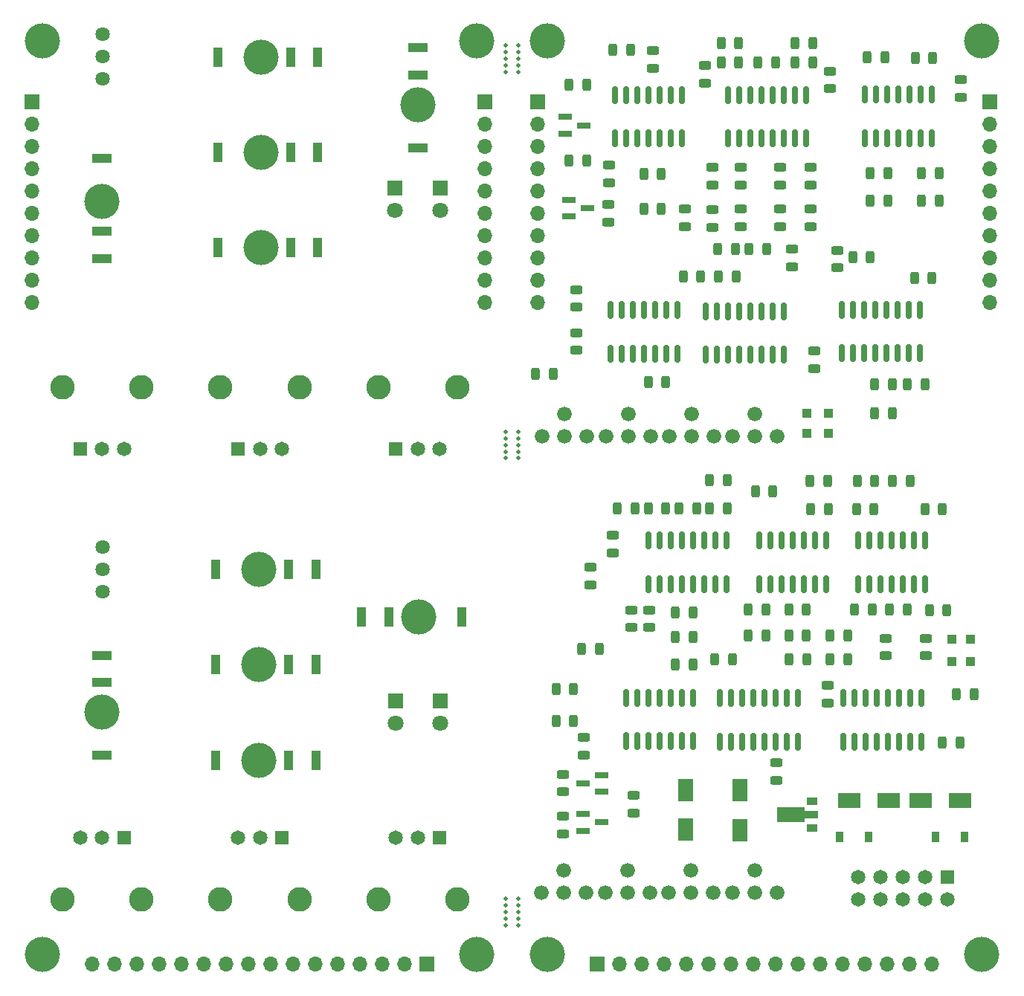
<source format=gbr>
%TF.GenerationSoftware,KiCad,Pcbnew,(5.99.0-10623-gbaf868fce7)*%
%TF.CreationDate,2021-05-29T08:15:44+02:00*%
%TF.ProjectId,voltage_processor,766f6c74-6167-4655-9f70-726f63657373,6*%
%TF.SameCoordinates,Original*%
%TF.FileFunction,Soldermask,Top*%
%TF.FilePolarity,Negative*%
%FSLAX46Y46*%
G04 Gerber Fmt 4.6, Leading zero omitted, Abs format (unit mm)*
G04 Created by KiCad (PCBNEW (5.99.0-10623-gbaf868fce7)) date 2021-05-29 08:15:44*
%MOMM*%
%LPD*%
G01*
G04 APERTURE LIST*
G04 Aperture macros list*
%AMRoundRect*
0 Rectangle with rounded corners*
0 $1 Rounding radius*
0 $2 $3 $4 $5 $6 $7 $8 $9 X,Y pos of 4 corners*
0 Add a 4 corners polygon primitive as box body*
4,1,4,$2,$3,$4,$5,$6,$7,$8,$9,$2,$3,0*
0 Add four circle primitives for the rounded corners*
1,1,$1+$1,$2,$3*
1,1,$1+$1,$4,$5*
1,1,$1+$1,$6,$7*
1,1,$1+$1,$8,$9*
0 Add four rect primitives between the rounded corners*
20,1,$1+$1,$2,$3,$4,$5,0*
20,1,$1+$1,$4,$5,$6,$7,0*
20,1,$1+$1,$6,$7,$8,$9,0*
20,1,$1+$1,$8,$9,$2,$3,0*%
%AMFreePoly0*
4,1,9,3.862500,-0.866500,0.737500,-0.866500,0.737500,-0.450000,-0.737500,-0.450000,-0.737500,0.450000,0.737500,0.450000,0.737500,0.866500,3.862500,0.866500,3.862500,-0.866500,3.862500,-0.866500,$1*%
G04 Aperture macros list end*
%ADD10RoundRect,0.243750X0.243750X0.456250X-0.243750X0.456250X-0.243750X-0.456250X0.243750X-0.456250X0*%
%ADD11RoundRect,0.243750X-0.243750X-0.456250X0.243750X-0.456250X0.243750X0.456250X-0.243750X0.456250X0*%
%ADD12RoundRect,0.243750X0.456250X-0.243750X0.456250X0.243750X-0.456250X0.243750X-0.456250X-0.243750X0*%
%ADD13C,1.676400*%
%ADD14RoundRect,0.150000X0.150000X-0.825000X0.150000X0.825000X-0.150000X0.825000X-0.150000X-0.825000X0*%
%ADD15C,4.000000*%
%ADD16R,2.300000X1.100000*%
%ADD17R,1.100000X2.300000*%
%ADD18R,1.800000X2.600000*%
%ADD19R,1.648460X1.648460*%
%ADD20C,1.648460*%
%ADD21C,2.794000*%
%ADD22R,1.800000X1.800000*%
%ADD23C,1.800000*%
%ADD24RoundRect,0.243750X-0.456250X0.243750X-0.456250X-0.243750X0.456250X-0.243750X0.456250X0.243750X0*%
%ADD25R,1.650000X1.650000*%
%ADD26C,1.650000*%
%ADD27R,1.000000X1.000000*%
%ADD28RoundRect,0.070000X-0.650000X-0.300000X0.650000X-0.300000X0.650000X0.300000X-0.650000X0.300000X0*%
%ADD29C,0.500000*%
%ADD30R,2.600000X1.800000*%
%ADD31R,0.900000X1.200000*%
%ADD32C,1.635000*%
%ADD33RoundRect,0.070000X0.650000X0.300000X-0.650000X0.300000X-0.650000X-0.300000X0.650000X-0.300000X0*%
%ADD34R,1.300000X0.900000*%
%ADD35FreePoly0,180.000000*%
%ADD36R,1.700000X1.700000*%
%ADD37O,1.700000X1.700000*%
G04 APERTURE END LIST*
D10*
%TO.C,R26*%
X177600000Y-46600000D03*
X175600000Y-46600000D03*
%TD*%
D11*
%TO.C,R68*%
X183300000Y-111100000D03*
X185300000Y-111100000D03*
%TD*%
D12*
%TO.C,R78*%
X160750000Y-108350000D03*
X160750000Y-106350000D03*
%TD*%
D13*
%TO.C,ATV_COMP2*%
X155160000Y-143400000D03*
X157700000Y-143400000D03*
X157700000Y-140860000D03*
X160240000Y-143400000D03*
%TD*%
D10*
%TO.C,R58*%
X197100000Y-96450000D03*
X195100000Y-96450000D03*
%TD*%
D13*
%TO.C,CRSFD2*%
X162393333Y-143400000D03*
X164933333Y-143400000D03*
X164933333Y-140860000D03*
X167473333Y-143400000D03*
%TD*%
D14*
%TO.C,IC3*%
X175495000Y-126175000D03*
X176765000Y-126175000D03*
X178035000Y-126175000D03*
X179305000Y-126175000D03*
X180575000Y-126175000D03*
X181845000Y-126175000D03*
X183115000Y-126175000D03*
X184385000Y-126175000D03*
X184385000Y-121225000D03*
X183115000Y-121225000D03*
X181845000Y-121225000D03*
X180575000Y-121225000D03*
X179305000Y-121225000D03*
X178035000Y-121225000D03*
X176765000Y-121225000D03*
X175495000Y-121225000D03*
%TD*%
D15*
%TO.C,J10*%
X141094949Y-53605000D03*
D16*
X141094949Y-47125000D03*
X141094949Y-50225000D03*
X141094949Y-58525000D03*
%TD*%
D15*
%TO.C,J7*%
X123194949Y-69940000D03*
D17*
X129674949Y-69940000D03*
X126574949Y-69940000D03*
X118274949Y-69940000D03*
%TD*%
D11*
%TO.C,R72*%
X174300000Y-99600000D03*
X176300000Y-99600000D03*
%TD*%
D18*
%TO.C,C1*%
X177775000Y-136250000D03*
X177775000Y-131750000D03*
%TD*%
D11*
%TO.C,C31*%
X174300000Y-96400000D03*
X176300000Y-96400000D03*
%TD*%
D19*
%TO.C,OFFSET2*%
X143569309Y-137167300D03*
D20*
X141069949Y-137167300D03*
X138570589Y-137167300D03*
D21*
X145568289Y-144165000D03*
X136571609Y-144165000D03*
%TD*%
D22*
%TO.C,D6*%
X143594949Y-121565000D03*
D23*
X143594949Y-124105000D03*
%TD*%
D10*
%TO.C,R75*%
X161700000Y-115600000D03*
X159700000Y-115600000D03*
%TD*%
D15*
%TO.C,MH8*%
X147810000Y-46400000D03*
%TD*%
D24*
%TO.C,R22*%
X167794949Y-47493349D03*
X167794949Y-49493349D03*
%TD*%
D10*
%TO.C,R7*%
X200400000Y-61400000D03*
X198400000Y-61400000D03*
%TD*%
D11*
%TO.C,R21*%
X156800000Y-123800000D03*
X158800000Y-123800000D03*
%TD*%
D10*
%TO.C,R102*%
X168800000Y-65500000D03*
X166800000Y-65500000D03*
%TD*%
D13*
%TO.C,ATV_COMP1*%
X155260000Y-91400000D03*
X157800000Y-91400000D03*
X157800000Y-88860000D03*
X160340000Y-91400000D03*
%TD*%
D10*
%TO.C,R63*%
X187800000Y-99700000D03*
X185800000Y-99700000D03*
%TD*%
D24*
%TO.C,R90*%
X157600000Y-134700000D03*
X157600000Y-136700000D03*
%TD*%
D15*
%TO.C,J1*%
X105094949Y-122840000D03*
D16*
X105094949Y-116360000D03*
X105094949Y-119460000D03*
X105094949Y-127760000D03*
%TD*%
D11*
%TO.C,C30*%
X170400000Y-114300000D03*
X172400000Y-114300000D03*
%TD*%
D19*
%TO.C,OFFSET1*%
X138570589Y-92812700D03*
D20*
X141069949Y-92812700D03*
X143569309Y-92812700D03*
D21*
X136571609Y-85815000D03*
X145568289Y-85815000D03*
%TD*%
D10*
%TO.C,R106*%
X172800000Y-99600000D03*
X170800000Y-99600000D03*
%TD*%
D11*
%TO.C,R103*%
X197600000Y-73400000D03*
X199600000Y-73400000D03*
%TD*%
D15*
%TO.C,MH7*%
X98290000Y-46400000D03*
%TD*%
D12*
%TO.C,R10*%
X159100000Y-81600000D03*
X159100000Y-79600000D03*
%TD*%
%TO.C,C15*%
X177794949Y-67493349D03*
X177794949Y-65493349D03*
%TD*%
D24*
%TO.C,R19*%
X171500000Y-65500000D03*
X171500000Y-67500000D03*
%TD*%
D13*
%TO.C,LED1+1*%
X176860000Y-91400000D03*
X179400000Y-91400000D03*
X179400000Y-88860000D03*
X181940000Y-91400000D03*
%TD*%
D10*
%TO.C,R61*%
X200800000Y-99700000D03*
X198800000Y-99700000D03*
%TD*%
D11*
%TO.C,R16*%
X193100000Y-88800000D03*
X195100000Y-88800000D03*
%TD*%
D10*
%TO.C,R15*%
X169300000Y-85200000D03*
X167300000Y-85200000D03*
%TD*%
D25*
%TO.C,J17*%
X201350000Y-141600000D03*
D26*
X201350000Y-144140000D03*
X198810000Y-141600000D03*
X198810000Y-144140000D03*
X196270000Y-141600000D03*
X196270000Y-144140000D03*
X193730000Y-141600000D03*
X193730000Y-144140000D03*
X191190000Y-141600000D03*
X191190000Y-144140000D03*
%TD*%
D13*
%TO.C,LED2+1*%
X176860000Y-143400000D03*
X179400000Y-143400000D03*
X179400000Y-140860000D03*
X181940000Y-143400000D03*
%TD*%
D14*
%TO.C,U1*%
X191970000Y-57450000D03*
X193240000Y-57450000D03*
X194510000Y-57450000D03*
X195780000Y-57450000D03*
X197050000Y-57450000D03*
X198320000Y-57450000D03*
X199590000Y-57450000D03*
X199590000Y-52500000D03*
X198320000Y-52500000D03*
X197050000Y-52500000D03*
X195780000Y-52500000D03*
X194510000Y-52500000D03*
X193240000Y-52500000D03*
X191970000Y-52500000D03*
%TD*%
D10*
%TO.C,R48*%
X156500000Y-84300000D03*
X154500000Y-84300000D03*
%TD*%
%TO.C,R69*%
X169300000Y-99600000D03*
X167300000Y-99600000D03*
%TD*%
D13*
%TO.C,LED2-1*%
X169626666Y-143400000D03*
X172166666Y-140860000D03*
X172166666Y-143400000D03*
X174706666Y-143400000D03*
%TD*%
D11*
%TO.C,C28*%
X163800000Y-99600000D03*
X165800000Y-99600000D03*
%TD*%
D27*
%TO.C,D7*%
X204000000Y-117050000D03*
X204000000Y-114550000D03*
%TD*%
D24*
%TO.C,R36*%
X194300000Y-114400000D03*
X194300000Y-116400000D03*
%TD*%
D28*
%TO.C,Q3*%
X158244949Y-64443349D03*
X158244949Y-66343349D03*
X160344949Y-65393349D03*
%TD*%
D12*
%TO.C,C32*%
X167400000Y-113200000D03*
X167400000Y-111200000D03*
%TD*%
D10*
%TO.C,R32*%
X199700000Y-48300000D03*
X197700000Y-48300000D03*
%TD*%
%TO.C,R49*%
X160294949Y-59993349D03*
X158294949Y-59993349D03*
%TD*%
%TO.C,R52*%
X180700000Y-114100000D03*
X178700000Y-114100000D03*
%TD*%
D29*
%TO.C,mouse-bite-2mm-slot_3*%
X152544949Y-144850000D03*
X151044949Y-144850000D03*
X152544949Y-146350000D03*
X151044949Y-146350000D03*
X151044949Y-145600000D03*
X151044949Y-144100000D03*
X152544949Y-145600000D03*
X152544949Y-144100000D03*
X151044949Y-147100000D03*
X152544949Y-147100000D03*
%TD*%
D12*
%TO.C,R38*%
X188800000Y-72200000D03*
X188800000Y-70200000D03*
%TD*%
D29*
%TO.C,mouse-bite-2mm-slot_2*%
X152544949Y-90900000D03*
X151044949Y-92400000D03*
X151044949Y-93900000D03*
X152544949Y-93150000D03*
X151044949Y-90900000D03*
X151044949Y-93150000D03*
X151044949Y-91650000D03*
X152544949Y-92400000D03*
X152544949Y-91650000D03*
X152544949Y-93900000D03*
%TD*%
D14*
%TO.C,U9*%
X179940000Y-108225000D03*
X181210000Y-108225000D03*
X182480000Y-108225000D03*
X183750000Y-108225000D03*
X185020000Y-108225000D03*
X186290000Y-108225000D03*
X187560000Y-108225000D03*
X187560000Y-103275000D03*
X186290000Y-103275000D03*
X185020000Y-103275000D03*
X183750000Y-103275000D03*
X182480000Y-103275000D03*
X181210000Y-103275000D03*
X179940000Y-103275000D03*
%TD*%
D12*
%TO.C,C11*%
X173800000Y-51200000D03*
X173800000Y-49200000D03*
%TD*%
D30*
%TO.C,C4*%
X198300000Y-132925000D03*
X202800000Y-132925000D03*
%TD*%
D24*
%TO.C,R18*%
X183700000Y-70100000D03*
X183700000Y-72100000D03*
%TD*%
D12*
%TO.C,R88*%
X165600000Y-134300000D03*
X165600000Y-132300000D03*
%TD*%
D14*
%TO.C,U10*%
X167355000Y-108225000D03*
X168625000Y-108225000D03*
X169895000Y-108225000D03*
X171165000Y-108225000D03*
X172435000Y-108225000D03*
X173705000Y-108225000D03*
X174975000Y-108225000D03*
X176245000Y-108225000D03*
X176245000Y-103275000D03*
X174975000Y-103275000D03*
X173705000Y-103275000D03*
X172435000Y-103275000D03*
X171165000Y-103275000D03*
X169895000Y-103275000D03*
X168625000Y-103275000D03*
X167355000Y-103275000D03*
%TD*%
D11*
%TO.C,R13*%
X166794949Y-61493349D03*
X168794949Y-61493349D03*
%TD*%
%TO.C,R51*%
X190800000Y-111100000D03*
X192800000Y-111100000D03*
%TD*%
D28*
%TO.C,Q4*%
X157844949Y-55043349D03*
X157844949Y-56943349D03*
X159944949Y-55993349D03*
%TD*%
D14*
%TO.C,IC2*%
X189374949Y-81943349D03*
X190644949Y-81943349D03*
X191914949Y-81943349D03*
X193184949Y-81943349D03*
X194454949Y-81943349D03*
X195724949Y-81943349D03*
X196994949Y-81943349D03*
X198264949Y-81943349D03*
X198264949Y-76993349D03*
X196994949Y-76993349D03*
X195724949Y-76993349D03*
X194454949Y-76993349D03*
X193184949Y-76993349D03*
X191914949Y-76993349D03*
X190644949Y-76993349D03*
X189374949Y-76993349D03*
%TD*%
D27*
%TO.C,D8*%
X201900000Y-114550000D03*
X201900000Y-117050000D03*
%TD*%
D12*
%TO.C,R27*%
X174600000Y-67600000D03*
X174600000Y-65600000D03*
%TD*%
D24*
%TO.C,R70*%
X163250000Y-102700000D03*
X163250000Y-104700000D03*
%TD*%
D15*
%TO.C,MH4*%
X205294949Y-150440000D03*
%TD*%
D29*
%TO.C,mouse-bite-2mm-slot_1*%
X152550000Y-49900000D03*
X152550000Y-49150000D03*
X152550000Y-48400000D03*
X151050000Y-46900000D03*
X151050000Y-47650000D03*
X152550000Y-47650000D03*
X151050000Y-49900000D03*
X152550000Y-46900000D03*
X151050000Y-49150000D03*
X151050000Y-48400000D03*
%TD*%
D24*
%TO.C,R50*%
X187700000Y-119800000D03*
X187700000Y-121800000D03*
%TD*%
D10*
%TO.C,R28*%
X177600000Y-48800000D03*
X175600000Y-48800000D03*
%TD*%
D30*
%TO.C,C3*%
X190150000Y-132925000D03*
X194650000Y-132925000D03*
%TD*%
D10*
%TO.C,R23*%
X177294949Y-73200000D03*
X175294949Y-73200000D03*
%TD*%
D15*
%TO.C,MH2*%
X155790000Y-46400000D03*
%TD*%
D14*
%TO.C,U6*%
X176349949Y-57468349D03*
X177619949Y-57468349D03*
X178889949Y-57468349D03*
X180159949Y-57468349D03*
X181429949Y-57468349D03*
X182699949Y-57468349D03*
X183969949Y-57468349D03*
X185239949Y-57468349D03*
X185239949Y-52518349D03*
X183969949Y-52518349D03*
X182699949Y-52518349D03*
X181429949Y-52518349D03*
X180159949Y-52518349D03*
X178889949Y-52518349D03*
X177619949Y-52518349D03*
X176349949Y-52518349D03*
%TD*%
D11*
%TO.C,R67*%
X185700000Y-96450000D03*
X187700000Y-96450000D03*
%TD*%
D15*
%TO.C,J9*%
X123194949Y-59090000D03*
D17*
X129674949Y-59090000D03*
X126574949Y-59090000D03*
X118274949Y-59090000D03*
%TD*%
D14*
%TO.C,U8*%
X191210000Y-108225000D03*
X192480000Y-108225000D03*
X193750000Y-108225000D03*
X195020000Y-108225000D03*
X196290000Y-108225000D03*
X197560000Y-108225000D03*
X198830000Y-108225000D03*
X198830000Y-103275000D03*
X197560000Y-103275000D03*
X196290000Y-103275000D03*
X195020000Y-103275000D03*
X193750000Y-103275000D03*
X192480000Y-103275000D03*
X191210000Y-103275000D03*
%TD*%
D31*
%TO.C,D1*%
X192350000Y-137050000D03*
X189050000Y-137050000D03*
%TD*%
D15*
%TO.C,MH5*%
X147800000Y-150450000D03*
%TD*%
D24*
%TO.C,R12*%
X159100000Y-74700000D03*
X159100000Y-76700000D03*
%TD*%
D14*
%TO.C,IC4*%
X189495000Y-126175000D03*
X190765000Y-126175000D03*
X192035000Y-126175000D03*
X193305000Y-126175000D03*
X194575000Y-126175000D03*
X195845000Y-126175000D03*
X197115000Y-126175000D03*
X198385000Y-126175000D03*
X198385000Y-121225000D03*
X197115000Y-121225000D03*
X195845000Y-121225000D03*
X194575000Y-121225000D03*
X193305000Y-121225000D03*
X192035000Y-121225000D03*
X190765000Y-121225000D03*
X189495000Y-121225000D03*
%TD*%
D10*
%TO.C,R71*%
X172400000Y-111500000D03*
X170400000Y-111500000D03*
%TD*%
D24*
%TO.C,R35*%
X181900000Y-128600000D03*
X181900000Y-130600000D03*
%TD*%
D10*
%TO.C,R56*%
X201300000Y-111200000D03*
X199300000Y-111200000D03*
%TD*%
D13*
%TO.C,LED1-1*%
X169660000Y-91400000D03*
X172200000Y-91400000D03*
X172200000Y-88860000D03*
X174740000Y-91400000D03*
%TD*%
D11*
%TO.C,R54*%
X178700000Y-111100000D03*
X180700000Y-111100000D03*
%TD*%
D14*
%TO.C,U11*%
X164810051Y-126156651D03*
X166080051Y-126156651D03*
X167350051Y-126156651D03*
X168620051Y-126156651D03*
X169890051Y-126156651D03*
X171160051Y-126156651D03*
X172430051Y-126156651D03*
X172430051Y-121206651D03*
X171160051Y-121206651D03*
X169890051Y-121206651D03*
X168620051Y-121206651D03*
X167350051Y-121206651D03*
X166080051Y-121206651D03*
X164810051Y-121206651D03*
%TD*%
D10*
%TO.C,R37*%
X194600000Y-64600000D03*
X192600000Y-64600000D03*
%TD*%
D11*
%TO.C,R25*%
X178794949Y-70093349D03*
X180794949Y-70093349D03*
%TD*%
D12*
%TO.C,R44*%
X162794949Y-66993349D03*
X162794949Y-64993349D03*
%TD*%
D31*
%TO.C,D2*%
X200050000Y-137050000D03*
X203350000Y-137050000D03*
%TD*%
D11*
%TO.C,R55*%
X191100000Y-96450000D03*
X193100000Y-96450000D03*
%TD*%
D10*
%TO.C,R62*%
X202800000Y-126300000D03*
X200800000Y-126300000D03*
%TD*%
D22*
%TO.C,D3*%
X138494949Y-63165000D03*
D23*
X138494949Y-65705000D03*
%TD*%
D15*
%TO.C,MH3*%
X205280000Y-46400000D03*
%TD*%
D24*
%TO.C,R30*%
X185794949Y-60800000D03*
X185794949Y-62800000D03*
%TD*%
D19*
%TO.C,ATNVRT2*%
X107619309Y-137167300D03*
D20*
X105119949Y-137167300D03*
X102620589Y-137167300D03*
D21*
X109618289Y-144165000D03*
X100621609Y-144165000D03*
%TD*%
D11*
%TO.C,R40*%
X174900000Y-116800000D03*
X176900000Y-116800000D03*
%TD*%
D15*
%TO.C,J12*%
X122994949Y-106540000D03*
D17*
X129474949Y-106540000D03*
X126374949Y-106540000D03*
X118074949Y-106540000D03*
%TD*%
D14*
%TO.C,U4*%
X162984949Y-81968349D03*
X164254949Y-81968349D03*
X165524949Y-81968349D03*
X166794949Y-81968349D03*
X168064949Y-81968349D03*
X169334949Y-81968349D03*
X170604949Y-81968349D03*
X170604949Y-77018349D03*
X169334949Y-77018349D03*
X168064949Y-77018349D03*
X166794949Y-77018349D03*
X165524949Y-77018349D03*
X164254949Y-77018349D03*
X162984949Y-77018349D03*
%TD*%
D11*
%TO.C,R43*%
X170400000Y-117400000D03*
X172400000Y-117400000D03*
%TD*%
D15*
%TO.C,MH6*%
X98300000Y-150460000D03*
%TD*%
D24*
%TO.C,R24*%
X174600000Y-60800000D03*
X174600000Y-62800000D03*
%TD*%
D11*
%TO.C,R8*%
X192250000Y-48200000D03*
X194250000Y-48200000D03*
%TD*%
D22*
%TO.C,D4*%
X143594949Y-63165000D03*
D23*
X143594949Y-65705000D03*
%TD*%
D15*
%TO.C,J11*%
X122994949Y-128320000D03*
D17*
X129474949Y-128320000D03*
X126374949Y-128320000D03*
X118074949Y-128320000D03*
%TD*%
D12*
%TO.C,R29*%
X182294949Y-67493349D03*
X182294949Y-65493349D03*
%TD*%
D11*
%TO.C,R5*%
X198400000Y-64600000D03*
X200400000Y-64600000D03*
%TD*%
D27*
%TO.C,D9*%
X185350000Y-91100000D03*
X187850000Y-91100000D03*
%TD*%
D10*
%TO.C,R59*%
X204400000Y-120800000D03*
X202400000Y-120800000D03*
%TD*%
D12*
%TO.C,C13*%
X185794949Y-67493349D03*
X185794949Y-65493349D03*
%TD*%
D32*
%TO.C,S1*%
X105143949Y-104000000D03*
X105143949Y-106540000D03*
X105143949Y-109080000D03*
%TD*%
D14*
%TO.C,U5*%
X163484949Y-57468349D03*
X164754949Y-57468349D03*
X166024949Y-57468349D03*
X167294949Y-57468349D03*
X168564949Y-57468349D03*
X169834949Y-57468349D03*
X171104949Y-57468349D03*
X171104949Y-52518349D03*
X169834949Y-52518349D03*
X168564949Y-52518349D03*
X167294949Y-52518349D03*
X166024949Y-52518349D03*
X164754949Y-52518349D03*
X163484949Y-52518349D03*
%TD*%
D28*
%TO.C,Q2*%
X159900000Y-134425000D03*
X159900000Y-136325000D03*
X162000000Y-135375000D03*
%TD*%
D12*
%TO.C,C14*%
X188000000Y-51800000D03*
X188000000Y-49800000D03*
%TD*%
D10*
%TO.C,R105*%
X181500000Y-97700000D03*
X179500000Y-97700000D03*
%TD*%
D19*
%TO.C,ATNVRT1*%
X102620589Y-92812700D03*
D20*
X105119949Y-92812700D03*
X107619309Y-92812700D03*
D21*
X100621609Y-85815000D03*
X109618289Y-85815000D03*
%TD*%
D11*
%TO.C,R65*%
X183300000Y-114100000D03*
X185300000Y-114100000D03*
%TD*%
D22*
%TO.C,D5*%
X138524949Y-121565000D03*
D23*
X138524949Y-124105000D03*
%TD*%
D14*
%TO.C,IC1*%
X173854949Y-82093349D03*
X175124949Y-82093349D03*
X176394949Y-82093349D03*
X177664949Y-82093349D03*
X178934949Y-82093349D03*
X180204949Y-82093349D03*
X181474949Y-82093349D03*
X182744949Y-82093349D03*
X182744949Y-77143349D03*
X181474949Y-77143349D03*
X180204949Y-77143349D03*
X178934949Y-77143349D03*
X177664949Y-77143349D03*
X176394949Y-77143349D03*
X175124949Y-77143349D03*
X173854949Y-77143349D03*
%TD*%
D19*
%TO.C,CROSSFADE2*%
X125594309Y-137167300D03*
D20*
X123094949Y-137167300D03*
X120595589Y-137167300D03*
D21*
X127593289Y-144165000D03*
X118596609Y-144165000D03*
%TD*%
D11*
%TO.C,R87*%
X156800000Y-120200000D03*
X158800000Y-120200000D03*
%TD*%
D15*
%TO.C,J13*%
X122994949Y-117440000D03*
D17*
X129474949Y-117440000D03*
X126374949Y-117440000D03*
X118074949Y-117440000D03*
%TD*%
D12*
%TO.C,R41*%
X162800000Y-62500000D03*
X162800000Y-60500000D03*
%TD*%
D24*
%TO.C,R66*%
X198900000Y-114400000D03*
X198900000Y-116400000D03*
%TD*%
D32*
%TO.C,S2*%
X105143949Y-45600000D03*
X105143949Y-48140000D03*
X105143949Y-50680000D03*
%TD*%
D12*
%TO.C,R82*%
X159940000Y-127720300D03*
X159940000Y-125720300D03*
%TD*%
D11*
%TO.C,R11*%
X175194949Y-70093349D03*
X177194949Y-70093349D03*
%TD*%
D10*
%TO.C,R17*%
X198800000Y-85500000D03*
X196800000Y-85500000D03*
%TD*%
D15*
%TO.C,J2*%
X105094949Y-64675000D03*
D16*
X105094949Y-71155000D03*
X105094949Y-68055000D03*
X105094949Y-59755000D03*
%TD*%
D11*
%TO.C,R60*%
X188000000Y-114100000D03*
X190000000Y-114100000D03*
%TD*%
D33*
%TO.C,Q1*%
X162000000Y-131900000D03*
X162000000Y-130000000D03*
X159900000Y-130950000D03*
%TD*%
D15*
%TO.C,J14*%
X141159949Y-111940000D03*
D17*
X134679949Y-111940000D03*
X137779949Y-111940000D03*
X146079949Y-111940000D03*
%TD*%
D24*
%TO.C,R33*%
X177794949Y-60800000D03*
X177794949Y-62800000D03*
%TD*%
%TO.C,R6*%
X202900000Y-50800000D03*
X202900000Y-52800000D03*
%TD*%
D10*
%TO.C,R53*%
X190000000Y-116800000D03*
X188000000Y-116800000D03*
%TD*%
%TO.C,R109*%
X181800000Y-48800000D03*
X179800000Y-48800000D03*
%TD*%
%TO.C,R20*%
X173294949Y-73200000D03*
X171294949Y-73200000D03*
%TD*%
D11*
%TO.C,R64*%
X194800000Y-111100000D03*
X196800000Y-111100000D03*
%TD*%
D15*
%TO.C,J8*%
X123194949Y-48200000D03*
D17*
X129674949Y-48200000D03*
X126574949Y-48200000D03*
X118274949Y-48200000D03*
%TD*%
D12*
%TO.C,R73*%
X186194949Y-83693349D03*
X186194949Y-81693349D03*
%TD*%
D11*
%TO.C,R47*%
X158300000Y-51400000D03*
X160300000Y-51400000D03*
%TD*%
%TO.C,R39*%
X190600000Y-71000000D03*
X192600000Y-71000000D03*
%TD*%
%TO.C,R14*%
X193100000Y-85500000D03*
X195100000Y-85500000D03*
%TD*%
D10*
%TO.C,R9*%
X194600000Y-61400000D03*
X192600000Y-61400000D03*
%TD*%
D19*
%TO.C,CROSSFADE1*%
X120595589Y-92812700D03*
D20*
X123094949Y-92812700D03*
X125594309Y-92812700D03*
D21*
X118596609Y-85815000D03*
X127593289Y-85815000D03*
%TD*%
D24*
%TO.C,R74*%
X165350000Y-111200000D03*
X165350000Y-113200000D03*
%TD*%
%TO.C,R34*%
X182294949Y-60800000D03*
X182294949Y-62800000D03*
%TD*%
D11*
%TO.C,R31*%
X184000000Y-48800000D03*
X186000000Y-48800000D03*
%TD*%
D18*
%TO.C,C2*%
X171600000Y-136200000D03*
X171600000Y-131700000D03*
%TD*%
D10*
%TO.C,R95*%
X185325000Y-116800000D03*
X183325000Y-116800000D03*
%TD*%
D11*
%TO.C,R57*%
X191000000Y-99700000D03*
X193000000Y-99700000D03*
%TD*%
D13*
%TO.C,CRSFD1*%
X162460000Y-91400000D03*
X165000000Y-91400000D03*
X165000000Y-88860000D03*
X167540000Y-91400000D03*
%TD*%
D34*
%TO.C,U2*%
X185944949Y-135993349D03*
D35*
X185857449Y-134493349D03*
D34*
X185944949Y-132993349D03*
%TD*%
D24*
%TO.C,R85*%
X157600000Y-129900000D03*
X157600000Y-131900000D03*
%TD*%
D10*
%TO.C,R46*%
X186000000Y-46600000D03*
X184000000Y-46600000D03*
%TD*%
D11*
%TO.C,R108*%
X163294949Y-47393349D03*
X165294949Y-47393349D03*
%TD*%
D27*
%TO.C,D10*%
X187850000Y-88800000D03*
X185350000Y-88800000D03*
%TD*%
D15*
%TO.C,MH1*%
X155800000Y-150450000D03*
%TD*%
D36*
%TO.C,J5*%
X161494949Y-151500000D03*
D37*
X164034949Y-151500000D03*
X166574949Y-151500000D03*
X169114949Y-151500000D03*
X171654949Y-151500000D03*
X174194949Y-151500000D03*
X176734949Y-151500000D03*
X179274949Y-151500000D03*
X181814949Y-151500000D03*
X184354949Y-151500000D03*
X186894949Y-151500000D03*
X189434949Y-151500000D03*
X191974949Y-151500000D03*
X194514949Y-151500000D03*
X197054949Y-151500000D03*
X199594949Y-151500000D03*
%TD*%
%TO.C,J6*%
X97125000Y-76165000D03*
D36*
X97125000Y-53305000D03*
D37*
X97125000Y-55845000D03*
X97125000Y-58385000D03*
X97125000Y-60925000D03*
X97125000Y-63465000D03*
X97125000Y-66005000D03*
X97125000Y-68545000D03*
X97125000Y-71085000D03*
X97125000Y-73625000D03*
%TD*%
D36*
%TO.C,J15*%
X154725000Y-53285000D03*
D37*
X154725000Y-55825000D03*
X154725000Y-58365000D03*
X154725000Y-60905000D03*
X154725000Y-63445000D03*
X154725000Y-65985000D03*
X154725000Y-68525000D03*
X154725000Y-71065000D03*
X154725000Y-73605000D03*
X154725000Y-76145000D03*
%TD*%
D36*
%TO.C,J3*%
X142094949Y-151500000D03*
D37*
X139554949Y-151500000D03*
X137014949Y-151500000D03*
X134474949Y-151500000D03*
X131934949Y-151500000D03*
X129394949Y-151500000D03*
X126854949Y-151500000D03*
X124314949Y-151500000D03*
X121774949Y-151500000D03*
X119234949Y-151500000D03*
X116694949Y-151500000D03*
X114154949Y-151500000D03*
X111614949Y-151500000D03*
X109074949Y-151500000D03*
X106534949Y-151500000D03*
X103994949Y-151500000D03*
%TD*%
%TO.C,J16*%
X206225000Y-76145000D03*
D36*
X206225000Y-53285000D03*
D37*
X206225000Y-55825000D03*
X206225000Y-58365000D03*
X206225000Y-60905000D03*
X206225000Y-63445000D03*
X206225000Y-65985000D03*
X206225000Y-68525000D03*
X206225000Y-71065000D03*
X206225000Y-73605000D03*
%TD*%
D36*
%TO.C,J4*%
X148725000Y-53285000D03*
D37*
X148725000Y-55825000D03*
X148725000Y-58365000D03*
X148725000Y-60905000D03*
X148725000Y-63445000D03*
X148725000Y-65985000D03*
X148725000Y-68525000D03*
X148725000Y-71065000D03*
X148725000Y-73605000D03*
X148725000Y-76145000D03*
%TD*%
M02*

</source>
